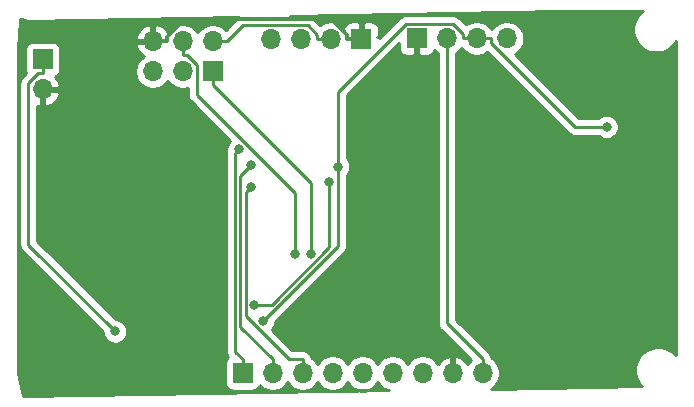
<source format=gbl>
G04 #@! TF.GenerationSoftware,KiCad,Pcbnew,(5.1.5)-3*
G04 #@! TF.CreationDate,2020-12-01T08:40:21+03:00*
G04 #@! TF.ProjectId,project3_2layer,70726f6a-6563-4743-935f-326c61796572,1*
G04 #@! TF.SameCoordinates,Original*
G04 #@! TF.FileFunction,Copper,L2,Bot*
G04 #@! TF.FilePolarity,Positive*
%FSLAX46Y46*%
G04 Gerber Fmt 4.6, Leading zero omitted, Abs format (unit mm)*
G04 Created by KiCad (PCBNEW (5.1.5)-3) date 2020-12-01 08:40:21*
%MOMM*%
%LPD*%
G04 APERTURE LIST*
%ADD10O,1.700000X1.700000*%
%ADD11R,1.700000X1.700000*%
%ADD12C,0.800000*%
%ADD13C,0.300000*%
%ADD14C,0.250000*%
%ADD15C,0.254000*%
G04 APERTURE END LIST*
D10*
X106299000Y-124206000D03*
X106299000Y-126746000D03*
X108839000Y-124206000D03*
X108839000Y-126746000D03*
X111379000Y-124206000D03*
D11*
X111379000Y-126746000D03*
D10*
X116332000Y-124002000D03*
X118872000Y-124002000D03*
X121412000Y-124002000D03*
D11*
X123952000Y-124002000D03*
D10*
X136271000Y-123952000D03*
X133731000Y-123952000D03*
X131191000Y-123952000D03*
D11*
X128651000Y-123952000D03*
D10*
X134230000Y-152284000D03*
X131690000Y-152284000D03*
X129150000Y-152284000D03*
X126610000Y-152284000D03*
X124070000Y-152284000D03*
X121530000Y-152284000D03*
X118990000Y-152284000D03*
X116450000Y-152284000D03*
D11*
X113910000Y-152284000D03*
D10*
X96990000Y-128270000D03*
D11*
X96990000Y-125730000D03*
D12*
X103119000Y-148758100D03*
X114584000Y-136528300D03*
X114653000Y-134701600D03*
X113567400Y-133358400D03*
X144720300Y-131450700D03*
X115632300Y-147891300D03*
X121992800Y-134807200D03*
X118352800Y-142167300D03*
X119661500Y-142167400D03*
X114898100Y-146482500D03*
X121250800Y-136146400D03*
D13*
X131690000Y-152284000D02*
X131690000Y-151083700D01*
X128651000Y-123952000D02*
X128651000Y-148044700D01*
X128651000Y-148044700D02*
X131690000Y-151083700D01*
X106299000Y-124206000D02*
X105098700Y-124206000D01*
X96990000Y-128270000D02*
X101034700Y-128270000D01*
X101034700Y-128270000D02*
X105098700Y-124206000D01*
X106299000Y-124206000D02*
X107499300Y-124206000D01*
X123952000Y-124002000D02*
X122751700Y-124002000D01*
X122751700Y-124002000D02*
X122751700Y-123626900D01*
X122751700Y-123626900D02*
X121437400Y-122312600D01*
X121437400Y-122312600D02*
X109019600Y-122312600D01*
X109019600Y-122312600D02*
X107499300Y-123832900D01*
X107499300Y-123832900D02*
X107499300Y-124206000D01*
D14*
X121412000Y-124002000D02*
X120236700Y-124002000D01*
X111379000Y-124206000D02*
X112554300Y-124206000D01*
X112554300Y-124206000D02*
X113933600Y-122826700D01*
X113933600Y-122826700D02*
X119428800Y-122826700D01*
X119428800Y-122826700D02*
X120236700Y-123634600D01*
X120236700Y-123634600D02*
X120236700Y-124002000D01*
X96990000Y-126905300D02*
X96622700Y-126905300D01*
X96622700Y-126905300D02*
X95768300Y-127759700D01*
X95768300Y-127759700D02*
X95768300Y-141407400D01*
X95768300Y-141407400D02*
X103119000Y-148758100D01*
X131191000Y-125127300D02*
X131191000Y-148069700D01*
X131191000Y-148069700D02*
X134230000Y-151108700D01*
X131191000Y-123952000D02*
X131191000Y-125127300D01*
X134230000Y-152284000D02*
X134230000Y-151108700D01*
X96990000Y-125730000D02*
X96990000Y-126905300D01*
X118990000Y-152284000D02*
X118990000Y-151108700D01*
X118990000Y-151108700D02*
X117814700Y-151108700D01*
X117814700Y-151108700D02*
X114172600Y-147466600D01*
X114172600Y-147466600D02*
X114172600Y-136939700D01*
X114172600Y-136939700D02*
X114584000Y-136528300D01*
X116450000Y-152284000D02*
X116450000Y-151108700D01*
X116450000Y-151108700D02*
X113714400Y-148373100D01*
X113714400Y-148373100D02*
X113714400Y-135640200D01*
X113714400Y-135640200D02*
X114653000Y-134701600D01*
X113567400Y-133358400D02*
X113264100Y-133661700D01*
X113264100Y-133661700D02*
X113264100Y-150462800D01*
X113264100Y-150462800D02*
X113910000Y-151108700D01*
X113910000Y-152284000D02*
X113910000Y-151108700D01*
X121992800Y-134807200D02*
X121992800Y-141530800D01*
X121992800Y-141530800D02*
X115632300Y-147891300D01*
X133731000Y-123952000D02*
X132555700Y-123952000D01*
X133731000Y-123952000D02*
X134906300Y-123952000D01*
X134906300Y-123952000D02*
X134906300Y-124319300D01*
X134906300Y-124319300D02*
X142037700Y-131450700D01*
X142037700Y-131450700D02*
X144720300Y-131450700D01*
X132555700Y-123952000D02*
X132555700Y-123584700D01*
X132555700Y-123584700D02*
X131707100Y-122736100D01*
X131707100Y-122736100D02*
X127706200Y-122736100D01*
X127706200Y-122736100D02*
X121992800Y-128449500D01*
X121992800Y-128449500D02*
X121992800Y-134807200D01*
X108839000Y-124206000D02*
X108839000Y-125381300D01*
X108839000Y-125381300D02*
X109206400Y-125381300D01*
X109206400Y-125381300D02*
X110014300Y-126189200D01*
X110014300Y-126189200D02*
X110014300Y-128730000D01*
X110014300Y-128730000D02*
X118352800Y-137068500D01*
X118352800Y-137068500D02*
X118352800Y-142167300D01*
X111379000Y-127921300D02*
X119661500Y-136203800D01*
X119661500Y-136203800D02*
X119661500Y-142167400D01*
X111379000Y-126746000D02*
X111379000Y-127921300D01*
X114898100Y-146482500D02*
X116379700Y-146482500D01*
X116379700Y-146482500D02*
X121250800Y-141611400D01*
X121250800Y-141611400D02*
X121250800Y-136146400D01*
D15*
G36*
X113509324Y-122191726D02*
G01*
X113393599Y-122286699D01*
X113369801Y-122315697D01*
X112479303Y-123206196D01*
X112325632Y-123052525D01*
X112082411Y-122890010D01*
X111812158Y-122778068D01*
X111525260Y-122721000D01*
X111232740Y-122721000D01*
X110945842Y-122778068D01*
X110675589Y-122890010D01*
X110432368Y-123052525D01*
X110225525Y-123259368D01*
X110109000Y-123433760D01*
X109992475Y-123259368D01*
X109785632Y-123052525D01*
X109542411Y-122890010D01*
X109272158Y-122778068D01*
X108985260Y-122721000D01*
X108692740Y-122721000D01*
X108405842Y-122778068D01*
X108135589Y-122890010D01*
X107892368Y-123052525D01*
X107685525Y-123259368D01*
X107563805Y-123441534D01*
X107494178Y-123324645D01*
X107299269Y-123108412D01*
X107065920Y-122934359D01*
X106803099Y-122809175D01*
X106655890Y-122764524D01*
X106426000Y-122885845D01*
X106426000Y-124079000D01*
X106446000Y-124079000D01*
X106446000Y-124333000D01*
X106426000Y-124333000D01*
X106426000Y-124353000D01*
X106172000Y-124353000D01*
X106172000Y-124333000D01*
X104978186Y-124333000D01*
X104857519Y-124562891D01*
X104954843Y-124837252D01*
X105103822Y-125087355D01*
X105298731Y-125303588D01*
X105528406Y-125474900D01*
X105352368Y-125592525D01*
X105145525Y-125799368D01*
X104983010Y-126042589D01*
X104871068Y-126312842D01*
X104814000Y-126599740D01*
X104814000Y-126892260D01*
X104871068Y-127179158D01*
X104983010Y-127449411D01*
X105145525Y-127692632D01*
X105352368Y-127899475D01*
X105595589Y-128061990D01*
X105865842Y-128173932D01*
X106152740Y-128231000D01*
X106445260Y-128231000D01*
X106732158Y-128173932D01*
X107002411Y-128061990D01*
X107245632Y-127899475D01*
X107452475Y-127692632D01*
X107569000Y-127518240D01*
X107685525Y-127692632D01*
X107892368Y-127899475D01*
X108135589Y-128061990D01*
X108405842Y-128173932D01*
X108692740Y-128231000D01*
X108985260Y-128231000D01*
X109254301Y-128177484D01*
X109254301Y-128692668D01*
X109250624Y-128730000D01*
X109265298Y-128878985D01*
X109308754Y-129022246D01*
X109379326Y-129154276D01*
X109415622Y-129198502D01*
X109474300Y-129270001D01*
X109503298Y-129293799D01*
X112835794Y-132626295D01*
X112763463Y-132698626D01*
X112650195Y-132868144D01*
X112572174Y-133056502D01*
X112532400Y-133256461D01*
X112532400Y-133455674D01*
X112515097Y-133512715D01*
X112504100Y-133624368D01*
X112504100Y-133624378D01*
X112500424Y-133661700D01*
X112504100Y-133699022D01*
X112504101Y-150425467D01*
X112500424Y-150462800D01*
X112515098Y-150611785D01*
X112558554Y-150755046D01*
X112629126Y-150887076D01*
X112667902Y-150934324D01*
X112608815Y-150982815D01*
X112529463Y-151079506D01*
X112470498Y-151189820D01*
X112434188Y-151309518D01*
X112421928Y-151434000D01*
X112421928Y-153134000D01*
X112434188Y-153258482D01*
X112470498Y-153378180D01*
X112529463Y-153488494D01*
X112608815Y-153585185D01*
X112705506Y-153664537D01*
X112815820Y-153723502D01*
X112935518Y-153759812D01*
X113060000Y-153772072D01*
X114760000Y-153772072D01*
X114884482Y-153759812D01*
X115004180Y-153723502D01*
X115114494Y-153664537D01*
X115211185Y-153585185D01*
X115290537Y-153488494D01*
X115349502Y-153378180D01*
X115371513Y-153305620D01*
X115503368Y-153437475D01*
X115746589Y-153599990D01*
X116016842Y-153711932D01*
X116303740Y-153769000D01*
X116596260Y-153769000D01*
X116883158Y-153711932D01*
X117153411Y-153599990D01*
X117396632Y-153437475D01*
X117603475Y-153230632D01*
X117720000Y-153056240D01*
X117836525Y-153230632D01*
X118043368Y-153437475D01*
X118286589Y-153599990D01*
X118556842Y-153711932D01*
X118843740Y-153769000D01*
X119136260Y-153769000D01*
X119423158Y-153711932D01*
X119693411Y-153599990D01*
X119936632Y-153437475D01*
X120143475Y-153230632D01*
X120260000Y-153056240D01*
X120376525Y-153230632D01*
X120583368Y-153437475D01*
X120826589Y-153599990D01*
X121096842Y-153711932D01*
X121383740Y-153769000D01*
X121676260Y-153769000D01*
X121963158Y-153711932D01*
X122233411Y-153599990D01*
X122476632Y-153437475D01*
X122683475Y-153230632D01*
X122800000Y-153056240D01*
X122916525Y-153230632D01*
X123123368Y-153437475D01*
X123366589Y-153599990D01*
X123636842Y-153711932D01*
X123923740Y-153769000D01*
X124216260Y-153769000D01*
X124503158Y-153711932D01*
X124773411Y-153599990D01*
X125016632Y-153437475D01*
X125223475Y-153230632D01*
X125340000Y-153056240D01*
X125456525Y-153230632D01*
X125663368Y-153437475D01*
X125906589Y-153599990D01*
X126176842Y-153711932D01*
X126334903Y-153743373D01*
X95276499Y-154211208D01*
X94932323Y-152260874D01*
X94894598Y-149893641D01*
X94898360Y-127759700D01*
X95004624Y-127759700D01*
X95008300Y-127797022D01*
X95008301Y-141370068D01*
X95004624Y-141407400D01*
X95008301Y-141444733D01*
X95019298Y-141556386D01*
X95032480Y-141599842D01*
X95062754Y-141699646D01*
X95133326Y-141831676D01*
X95161005Y-141865402D01*
X95228300Y-141947401D01*
X95257298Y-141971199D01*
X102084000Y-148797902D01*
X102084000Y-148860039D01*
X102123774Y-149059998D01*
X102201795Y-149248356D01*
X102315063Y-149417874D01*
X102459226Y-149562037D01*
X102628744Y-149675305D01*
X102817102Y-149753326D01*
X103017061Y-149793100D01*
X103220939Y-149793100D01*
X103420898Y-149753326D01*
X103609256Y-149675305D01*
X103778774Y-149562037D01*
X103922937Y-149417874D01*
X104036205Y-149248356D01*
X104114226Y-149059998D01*
X104154000Y-148860039D01*
X104154000Y-148656161D01*
X104114226Y-148456202D01*
X104036205Y-148267844D01*
X103922937Y-148098326D01*
X103778774Y-147954163D01*
X103609256Y-147840895D01*
X103420898Y-147762874D01*
X103220939Y-147723100D01*
X103158802Y-147723100D01*
X96528300Y-141092599D01*
X96528300Y-129674302D01*
X96633109Y-129711481D01*
X96863000Y-129590814D01*
X96863000Y-128397000D01*
X97117000Y-128397000D01*
X97117000Y-129590814D01*
X97346891Y-129711481D01*
X97621252Y-129614157D01*
X97871355Y-129465178D01*
X98087588Y-129270269D01*
X98261641Y-129036920D01*
X98386825Y-128774099D01*
X98431476Y-128626890D01*
X98310155Y-128397000D01*
X97117000Y-128397000D01*
X96863000Y-128397000D01*
X96843000Y-128397000D01*
X96843000Y-128143000D01*
X96863000Y-128143000D01*
X96863000Y-128123000D01*
X97117000Y-128123000D01*
X97117000Y-128143000D01*
X98310155Y-128143000D01*
X98431476Y-127913110D01*
X98386825Y-127765901D01*
X98261641Y-127503080D01*
X98087588Y-127269731D01*
X98003534Y-127193966D01*
X98084180Y-127169502D01*
X98194494Y-127110537D01*
X98291185Y-127031185D01*
X98370537Y-126934494D01*
X98429502Y-126824180D01*
X98465812Y-126704482D01*
X98478072Y-126580000D01*
X98478072Y-124880000D01*
X98465812Y-124755518D01*
X98429502Y-124635820D01*
X98370537Y-124525506D01*
X98291185Y-124428815D01*
X98194494Y-124349463D01*
X98084180Y-124290498D01*
X97964482Y-124254188D01*
X97840000Y-124241928D01*
X96140000Y-124241928D01*
X96015518Y-124254188D01*
X95895820Y-124290498D01*
X95785506Y-124349463D01*
X95688815Y-124428815D01*
X95609463Y-124525506D01*
X95550498Y-124635820D01*
X95514188Y-124755518D01*
X95501928Y-124880000D01*
X95501928Y-126580000D01*
X95514188Y-126704482D01*
X95550498Y-126824180D01*
X95577849Y-126875349D01*
X95257302Y-127195897D01*
X95228299Y-127219699D01*
X95187239Y-127269731D01*
X95133326Y-127335424D01*
X95121526Y-127357501D01*
X95062754Y-127467454D01*
X95019297Y-127610715D01*
X95008300Y-127722368D01*
X95008300Y-127722378D01*
X95004624Y-127759700D01*
X94898360Y-127759700D01*
X94898901Y-124577164D01*
X94946382Y-123849109D01*
X104857519Y-123849109D01*
X104978186Y-124079000D01*
X106172000Y-124079000D01*
X106172000Y-122885845D01*
X105942110Y-122764524D01*
X105794901Y-122809175D01*
X105532080Y-122934359D01*
X105298731Y-123108412D01*
X105103822Y-123324645D01*
X104954843Y-123574748D01*
X104857519Y-123849109D01*
X94946382Y-123849109D01*
X95049509Y-122267840D01*
X95571231Y-122388237D01*
X95578399Y-122411869D01*
X95590135Y-122433825D01*
X95605929Y-122453071D01*
X95625175Y-122468865D01*
X95647131Y-122480601D01*
X95670956Y-122487828D01*
X95698148Y-122490245D01*
X113587575Y-122149899D01*
X113509324Y-122191726D01*
G37*
X113509324Y-122191726D02*
X113393599Y-122286699D01*
X113369801Y-122315697D01*
X112479303Y-123206196D01*
X112325632Y-123052525D01*
X112082411Y-122890010D01*
X111812158Y-122778068D01*
X111525260Y-122721000D01*
X111232740Y-122721000D01*
X110945842Y-122778068D01*
X110675589Y-122890010D01*
X110432368Y-123052525D01*
X110225525Y-123259368D01*
X110109000Y-123433760D01*
X109992475Y-123259368D01*
X109785632Y-123052525D01*
X109542411Y-122890010D01*
X109272158Y-122778068D01*
X108985260Y-122721000D01*
X108692740Y-122721000D01*
X108405842Y-122778068D01*
X108135589Y-122890010D01*
X107892368Y-123052525D01*
X107685525Y-123259368D01*
X107563805Y-123441534D01*
X107494178Y-123324645D01*
X107299269Y-123108412D01*
X107065920Y-122934359D01*
X106803099Y-122809175D01*
X106655890Y-122764524D01*
X106426000Y-122885845D01*
X106426000Y-124079000D01*
X106446000Y-124079000D01*
X106446000Y-124333000D01*
X106426000Y-124333000D01*
X106426000Y-124353000D01*
X106172000Y-124353000D01*
X106172000Y-124333000D01*
X104978186Y-124333000D01*
X104857519Y-124562891D01*
X104954843Y-124837252D01*
X105103822Y-125087355D01*
X105298731Y-125303588D01*
X105528406Y-125474900D01*
X105352368Y-125592525D01*
X105145525Y-125799368D01*
X104983010Y-126042589D01*
X104871068Y-126312842D01*
X104814000Y-126599740D01*
X104814000Y-126892260D01*
X104871068Y-127179158D01*
X104983010Y-127449411D01*
X105145525Y-127692632D01*
X105352368Y-127899475D01*
X105595589Y-128061990D01*
X105865842Y-128173932D01*
X106152740Y-128231000D01*
X106445260Y-128231000D01*
X106732158Y-128173932D01*
X107002411Y-128061990D01*
X107245632Y-127899475D01*
X107452475Y-127692632D01*
X107569000Y-127518240D01*
X107685525Y-127692632D01*
X107892368Y-127899475D01*
X108135589Y-128061990D01*
X108405842Y-128173932D01*
X108692740Y-128231000D01*
X108985260Y-128231000D01*
X109254301Y-128177484D01*
X109254301Y-128692668D01*
X109250624Y-128730000D01*
X109265298Y-128878985D01*
X109308754Y-129022246D01*
X109379326Y-129154276D01*
X109415622Y-129198502D01*
X109474300Y-129270001D01*
X109503298Y-129293799D01*
X112835794Y-132626295D01*
X112763463Y-132698626D01*
X112650195Y-132868144D01*
X112572174Y-133056502D01*
X112532400Y-133256461D01*
X112532400Y-133455674D01*
X112515097Y-133512715D01*
X112504100Y-133624368D01*
X112504100Y-133624378D01*
X112500424Y-133661700D01*
X112504100Y-133699022D01*
X112504101Y-150425467D01*
X112500424Y-150462800D01*
X112515098Y-150611785D01*
X112558554Y-150755046D01*
X112629126Y-150887076D01*
X112667902Y-150934324D01*
X112608815Y-150982815D01*
X112529463Y-151079506D01*
X112470498Y-151189820D01*
X112434188Y-151309518D01*
X112421928Y-151434000D01*
X112421928Y-153134000D01*
X112434188Y-153258482D01*
X112470498Y-153378180D01*
X112529463Y-153488494D01*
X112608815Y-153585185D01*
X112705506Y-153664537D01*
X112815820Y-153723502D01*
X112935518Y-153759812D01*
X113060000Y-153772072D01*
X114760000Y-153772072D01*
X114884482Y-153759812D01*
X115004180Y-153723502D01*
X115114494Y-153664537D01*
X115211185Y-153585185D01*
X115290537Y-153488494D01*
X115349502Y-153378180D01*
X115371513Y-153305620D01*
X115503368Y-153437475D01*
X115746589Y-153599990D01*
X116016842Y-153711932D01*
X116303740Y-153769000D01*
X116596260Y-153769000D01*
X116883158Y-153711932D01*
X117153411Y-153599990D01*
X117396632Y-153437475D01*
X117603475Y-153230632D01*
X117720000Y-153056240D01*
X117836525Y-153230632D01*
X118043368Y-153437475D01*
X118286589Y-153599990D01*
X118556842Y-153711932D01*
X118843740Y-153769000D01*
X119136260Y-153769000D01*
X119423158Y-153711932D01*
X119693411Y-153599990D01*
X119936632Y-153437475D01*
X120143475Y-153230632D01*
X120260000Y-153056240D01*
X120376525Y-153230632D01*
X120583368Y-153437475D01*
X120826589Y-153599990D01*
X121096842Y-153711932D01*
X121383740Y-153769000D01*
X121676260Y-153769000D01*
X121963158Y-153711932D01*
X122233411Y-153599990D01*
X122476632Y-153437475D01*
X122683475Y-153230632D01*
X122800000Y-153056240D01*
X122916525Y-153230632D01*
X123123368Y-153437475D01*
X123366589Y-153599990D01*
X123636842Y-153711932D01*
X123923740Y-153769000D01*
X124216260Y-153769000D01*
X124503158Y-153711932D01*
X124773411Y-153599990D01*
X125016632Y-153437475D01*
X125223475Y-153230632D01*
X125340000Y-153056240D01*
X125456525Y-153230632D01*
X125663368Y-153437475D01*
X125906589Y-153599990D01*
X126176842Y-153711932D01*
X126334903Y-153743373D01*
X95276499Y-154211208D01*
X94932323Y-152260874D01*
X94894598Y-149893641D01*
X94898360Y-127759700D01*
X95004624Y-127759700D01*
X95008300Y-127797022D01*
X95008301Y-141370068D01*
X95004624Y-141407400D01*
X95008301Y-141444733D01*
X95019298Y-141556386D01*
X95032480Y-141599842D01*
X95062754Y-141699646D01*
X95133326Y-141831676D01*
X95161005Y-141865402D01*
X95228300Y-141947401D01*
X95257298Y-141971199D01*
X102084000Y-148797902D01*
X102084000Y-148860039D01*
X102123774Y-149059998D01*
X102201795Y-149248356D01*
X102315063Y-149417874D01*
X102459226Y-149562037D01*
X102628744Y-149675305D01*
X102817102Y-149753326D01*
X103017061Y-149793100D01*
X103220939Y-149793100D01*
X103420898Y-149753326D01*
X103609256Y-149675305D01*
X103778774Y-149562037D01*
X103922937Y-149417874D01*
X104036205Y-149248356D01*
X104114226Y-149059998D01*
X104154000Y-148860039D01*
X104154000Y-148656161D01*
X104114226Y-148456202D01*
X104036205Y-148267844D01*
X103922937Y-148098326D01*
X103778774Y-147954163D01*
X103609256Y-147840895D01*
X103420898Y-147762874D01*
X103220939Y-147723100D01*
X103158802Y-147723100D01*
X96528300Y-141092599D01*
X96528300Y-129674302D01*
X96633109Y-129711481D01*
X96863000Y-129590814D01*
X96863000Y-128397000D01*
X97117000Y-128397000D01*
X97117000Y-129590814D01*
X97346891Y-129711481D01*
X97621252Y-129614157D01*
X97871355Y-129465178D01*
X98087588Y-129270269D01*
X98261641Y-129036920D01*
X98386825Y-128774099D01*
X98431476Y-128626890D01*
X98310155Y-128397000D01*
X97117000Y-128397000D01*
X96863000Y-128397000D01*
X96843000Y-128397000D01*
X96843000Y-128143000D01*
X96863000Y-128143000D01*
X96863000Y-128123000D01*
X97117000Y-128123000D01*
X97117000Y-128143000D01*
X98310155Y-128143000D01*
X98431476Y-127913110D01*
X98386825Y-127765901D01*
X98261641Y-127503080D01*
X98087588Y-127269731D01*
X98003534Y-127193966D01*
X98084180Y-127169502D01*
X98194494Y-127110537D01*
X98291185Y-127031185D01*
X98370537Y-126934494D01*
X98429502Y-126824180D01*
X98465812Y-126704482D01*
X98478072Y-126580000D01*
X98478072Y-124880000D01*
X98465812Y-124755518D01*
X98429502Y-124635820D01*
X98370537Y-124525506D01*
X98291185Y-124428815D01*
X98194494Y-124349463D01*
X98084180Y-124290498D01*
X97964482Y-124254188D01*
X97840000Y-124241928D01*
X96140000Y-124241928D01*
X96015518Y-124254188D01*
X95895820Y-124290498D01*
X95785506Y-124349463D01*
X95688815Y-124428815D01*
X95609463Y-124525506D01*
X95550498Y-124635820D01*
X95514188Y-124755518D01*
X95501928Y-124880000D01*
X95501928Y-126580000D01*
X95514188Y-126704482D01*
X95550498Y-126824180D01*
X95577849Y-126875349D01*
X95257302Y-127195897D01*
X95228299Y-127219699D01*
X95187239Y-127269731D01*
X95133326Y-127335424D01*
X95121526Y-127357501D01*
X95062754Y-127467454D01*
X95019297Y-127610715D01*
X95008300Y-127722368D01*
X95008300Y-127722378D01*
X95004624Y-127759700D01*
X94898360Y-127759700D01*
X94898901Y-124577164D01*
X94946382Y-123849109D01*
X104857519Y-123849109D01*
X104978186Y-124079000D01*
X106172000Y-124079000D01*
X106172000Y-122885845D01*
X105942110Y-122764524D01*
X105794901Y-122809175D01*
X105532080Y-122934359D01*
X105298731Y-123108412D01*
X105103822Y-123324645D01*
X104954843Y-123574748D01*
X104857519Y-123849109D01*
X94946382Y-123849109D01*
X95049509Y-122267840D01*
X95571231Y-122388237D01*
X95578399Y-122411869D01*
X95590135Y-122433825D01*
X95605929Y-122453071D01*
X95625175Y-122468865D01*
X95647131Y-122480601D01*
X95670956Y-122487828D01*
X95698148Y-122490245D01*
X113587575Y-122149899D01*
X113509324Y-122191726D01*
G36*
X147666415Y-121677733D02*
G01*
X147395233Y-121948915D01*
X147182167Y-122267791D01*
X147035405Y-122622106D01*
X146960586Y-122998246D01*
X146960586Y-123381754D01*
X147035405Y-123757894D01*
X147182167Y-124112209D01*
X147395233Y-124431085D01*
X147666415Y-124702267D01*
X147985291Y-124915333D01*
X148339606Y-125062095D01*
X148715746Y-125136914D01*
X149099254Y-125136914D01*
X149475394Y-125062095D01*
X149829709Y-124915333D01*
X150148585Y-124702267D01*
X150419767Y-124431085D01*
X150597068Y-124165735D01*
X150599190Y-150766838D01*
X150339085Y-150506733D01*
X150020209Y-150293667D01*
X149665894Y-150146905D01*
X149289754Y-150072086D01*
X148906246Y-150072086D01*
X148530106Y-150146905D01*
X148175791Y-150293667D01*
X147856915Y-150506733D01*
X147585733Y-150777915D01*
X147372667Y-151096791D01*
X147225905Y-151451106D01*
X147151086Y-151827246D01*
X147151086Y-152210754D01*
X147225905Y-152586894D01*
X147372667Y-152941209D01*
X147585733Y-153260085D01*
X147746495Y-153420847D01*
X134898681Y-153614375D01*
X134933411Y-153599990D01*
X135176632Y-153437475D01*
X135383475Y-153230632D01*
X135545990Y-152987411D01*
X135657932Y-152717158D01*
X135715000Y-152430260D01*
X135715000Y-152137740D01*
X135657932Y-151850842D01*
X135545990Y-151580589D01*
X135383475Y-151337368D01*
X135176632Y-151130525D01*
X134983089Y-151001204D01*
X134979003Y-150959714D01*
X134935546Y-150816453D01*
X134914947Y-150777915D01*
X134864974Y-150684423D01*
X134793799Y-150597697D01*
X134770001Y-150568699D01*
X134741003Y-150544901D01*
X131951000Y-147754899D01*
X131951000Y-125230178D01*
X132137632Y-125105475D01*
X132344475Y-124898632D01*
X132461000Y-124724240D01*
X132577525Y-124898632D01*
X132784368Y-125105475D01*
X133027589Y-125267990D01*
X133297842Y-125379932D01*
X133584740Y-125437000D01*
X133877260Y-125437000D01*
X134164158Y-125379932D01*
X134434411Y-125267990D01*
X134641690Y-125129491D01*
X141473901Y-131961703D01*
X141497699Y-131990701D01*
X141526697Y-132014499D01*
X141613424Y-132085674D01*
X141745453Y-132156246D01*
X141888714Y-132199703D01*
X142037700Y-132214377D01*
X142075033Y-132210700D01*
X144016589Y-132210700D01*
X144060526Y-132254637D01*
X144230044Y-132367905D01*
X144418402Y-132445926D01*
X144618361Y-132485700D01*
X144822239Y-132485700D01*
X145022198Y-132445926D01*
X145210556Y-132367905D01*
X145380074Y-132254637D01*
X145524237Y-132110474D01*
X145637505Y-131940956D01*
X145715526Y-131752598D01*
X145755300Y-131552639D01*
X145755300Y-131348761D01*
X145715526Y-131148802D01*
X145637505Y-130960444D01*
X145524237Y-130790926D01*
X145380074Y-130646763D01*
X145210556Y-130533495D01*
X145022198Y-130455474D01*
X144822239Y-130415700D01*
X144618361Y-130415700D01*
X144418402Y-130455474D01*
X144230044Y-130533495D01*
X144060526Y-130646763D01*
X144016589Y-130690700D01*
X142352502Y-130690700D01*
X136942860Y-125281059D01*
X136974411Y-125267990D01*
X137217632Y-125105475D01*
X137424475Y-124898632D01*
X137586990Y-124655411D01*
X137698932Y-124385158D01*
X137756000Y-124098260D01*
X137756000Y-123805740D01*
X137698932Y-123518842D01*
X137586990Y-123248589D01*
X137424475Y-123005368D01*
X137217632Y-122798525D01*
X136974411Y-122636010D01*
X136704158Y-122524068D01*
X136417260Y-122467000D01*
X136124740Y-122467000D01*
X135837842Y-122524068D01*
X135567589Y-122636010D01*
X135324368Y-122798525D01*
X135117525Y-123005368D01*
X135001000Y-123179760D01*
X134884475Y-123005368D01*
X134677632Y-122798525D01*
X134434411Y-122636010D01*
X134164158Y-122524068D01*
X133877260Y-122467000D01*
X133584740Y-122467000D01*
X133297842Y-122524068D01*
X133027589Y-122636010D01*
X132820311Y-122774509D01*
X132270903Y-122225102D01*
X132247101Y-122196099D01*
X132131376Y-122101126D01*
X131999347Y-122030554D01*
X131856086Y-121987097D01*
X131744433Y-121976100D01*
X131744422Y-121976100D01*
X131707100Y-121972424D01*
X131669778Y-121976100D01*
X127743525Y-121976100D01*
X127706200Y-121972424D01*
X127668875Y-121976100D01*
X127668867Y-121976100D01*
X127557214Y-121987097D01*
X127413953Y-122030554D01*
X127281924Y-122101126D01*
X127166199Y-122196099D01*
X127142401Y-122225097D01*
X125437000Y-123930498D01*
X125437000Y-123874998D01*
X125278252Y-123874998D01*
X125437000Y-123716250D01*
X125440072Y-123152000D01*
X125427812Y-123027518D01*
X125391502Y-122907820D01*
X125332537Y-122797506D01*
X125253185Y-122700815D01*
X125156494Y-122621463D01*
X125046180Y-122562498D01*
X124926482Y-122526188D01*
X124802000Y-122513928D01*
X124237750Y-122517000D01*
X124079000Y-122675750D01*
X124079000Y-123875000D01*
X124099000Y-123875000D01*
X124099000Y-124129000D01*
X124079000Y-124129000D01*
X124079000Y-124149000D01*
X123825000Y-124149000D01*
X123825000Y-124129000D01*
X123805000Y-124129000D01*
X123805000Y-123875000D01*
X123825000Y-123875000D01*
X123825000Y-122675750D01*
X123666250Y-122517000D01*
X123102000Y-122513928D01*
X122977518Y-122526188D01*
X122857820Y-122562498D01*
X122747506Y-122621463D01*
X122650815Y-122700815D01*
X122571463Y-122797506D01*
X122512498Y-122907820D01*
X122490487Y-122980380D01*
X122358632Y-122848525D01*
X122115411Y-122686010D01*
X121845158Y-122574068D01*
X121558260Y-122517000D01*
X121265740Y-122517000D01*
X120978842Y-122574068D01*
X120708589Y-122686010D01*
X120501371Y-122824469D01*
X119992603Y-122315702D01*
X119968801Y-122286699D01*
X119853076Y-122191726D01*
X119721047Y-122121154D01*
X119577786Y-122077697D01*
X119466133Y-122066700D01*
X119466122Y-122066700D01*
X119428800Y-122063024D01*
X119391478Y-122066700D01*
X117960751Y-122066700D01*
X140923042Y-121629843D01*
X147780967Y-121601192D01*
X147666415Y-121677733D01*
G37*
X147666415Y-121677733D02*
X147395233Y-121948915D01*
X147182167Y-122267791D01*
X147035405Y-122622106D01*
X146960586Y-122998246D01*
X146960586Y-123381754D01*
X147035405Y-123757894D01*
X147182167Y-124112209D01*
X147395233Y-124431085D01*
X147666415Y-124702267D01*
X147985291Y-124915333D01*
X148339606Y-125062095D01*
X148715746Y-125136914D01*
X149099254Y-125136914D01*
X149475394Y-125062095D01*
X149829709Y-124915333D01*
X150148585Y-124702267D01*
X150419767Y-124431085D01*
X150597068Y-124165735D01*
X150599190Y-150766838D01*
X150339085Y-150506733D01*
X150020209Y-150293667D01*
X149665894Y-150146905D01*
X149289754Y-150072086D01*
X148906246Y-150072086D01*
X148530106Y-150146905D01*
X148175791Y-150293667D01*
X147856915Y-150506733D01*
X147585733Y-150777915D01*
X147372667Y-151096791D01*
X147225905Y-151451106D01*
X147151086Y-151827246D01*
X147151086Y-152210754D01*
X147225905Y-152586894D01*
X147372667Y-152941209D01*
X147585733Y-153260085D01*
X147746495Y-153420847D01*
X134898681Y-153614375D01*
X134933411Y-153599990D01*
X135176632Y-153437475D01*
X135383475Y-153230632D01*
X135545990Y-152987411D01*
X135657932Y-152717158D01*
X135715000Y-152430260D01*
X135715000Y-152137740D01*
X135657932Y-151850842D01*
X135545990Y-151580589D01*
X135383475Y-151337368D01*
X135176632Y-151130525D01*
X134983089Y-151001204D01*
X134979003Y-150959714D01*
X134935546Y-150816453D01*
X134914947Y-150777915D01*
X134864974Y-150684423D01*
X134793799Y-150597697D01*
X134770001Y-150568699D01*
X134741003Y-150544901D01*
X131951000Y-147754899D01*
X131951000Y-125230178D01*
X132137632Y-125105475D01*
X132344475Y-124898632D01*
X132461000Y-124724240D01*
X132577525Y-124898632D01*
X132784368Y-125105475D01*
X133027589Y-125267990D01*
X133297842Y-125379932D01*
X133584740Y-125437000D01*
X133877260Y-125437000D01*
X134164158Y-125379932D01*
X134434411Y-125267990D01*
X134641690Y-125129491D01*
X141473901Y-131961703D01*
X141497699Y-131990701D01*
X141526697Y-132014499D01*
X141613424Y-132085674D01*
X141745453Y-132156246D01*
X141888714Y-132199703D01*
X142037700Y-132214377D01*
X142075033Y-132210700D01*
X144016589Y-132210700D01*
X144060526Y-132254637D01*
X144230044Y-132367905D01*
X144418402Y-132445926D01*
X144618361Y-132485700D01*
X144822239Y-132485700D01*
X145022198Y-132445926D01*
X145210556Y-132367905D01*
X145380074Y-132254637D01*
X145524237Y-132110474D01*
X145637505Y-131940956D01*
X145715526Y-131752598D01*
X145755300Y-131552639D01*
X145755300Y-131348761D01*
X145715526Y-131148802D01*
X145637505Y-130960444D01*
X145524237Y-130790926D01*
X145380074Y-130646763D01*
X145210556Y-130533495D01*
X145022198Y-130455474D01*
X144822239Y-130415700D01*
X144618361Y-130415700D01*
X144418402Y-130455474D01*
X144230044Y-130533495D01*
X144060526Y-130646763D01*
X144016589Y-130690700D01*
X142352502Y-130690700D01*
X136942860Y-125281059D01*
X136974411Y-125267990D01*
X137217632Y-125105475D01*
X137424475Y-124898632D01*
X137586990Y-124655411D01*
X137698932Y-124385158D01*
X137756000Y-124098260D01*
X137756000Y-123805740D01*
X137698932Y-123518842D01*
X137586990Y-123248589D01*
X137424475Y-123005368D01*
X137217632Y-122798525D01*
X136974411Y-122636010D01*
X136704158Y-122524068D01*
X136417260Y-122467000D01*
X136124740Y-122467000D01*
X135837842Y-122524068D01*
X135567589Y-122636010D01*
X135324368Y-122798525D01*
X135117525Y-123005368D01*
X135001000Y-123179760D01*
X134884475Y-123005368D01*
X134677632Y-122798525D01*
X134434411Y-122636010D01*
X134164158Y-122524068D01*
X133877260Y-122467000D01*
X133584740Y-122467000D01*
X133297842Y-122524068D01*
X133027589Y-122636010D01*
X132820311Y-122774509D01*
X132270903Y-122225102D01*
X132247101Y-122196099D01*
X132131376Y-122101126D01*
X131999347Y-122030554D01*
X131856086Y-121987097D01*
X131744433Y-121976100D01*
X131744422Y-121976100D01*
X131707100Y-121972424D01*
X131669778Y-121976100D01*
X127743525Y-121976100D01*
X127706200Y-121972424D01*
X127668875Y-121976100D01*
X127668867Y-121976100D01*
X127557214Y-121987097D01*
X127413953Y-122030554D01*
X127281924Y-122101126D01*
X127166199Y-122196099D01*
X127142401Y-122225097D01*
X125437000Y-123930498D01*
X125437000Y-123874998D01*
X125278252Y-123874998D01*
X125437000Y-123716250D01*
X125440072Y-123152000D01*
X125427812Y-123027518D01*
X125391502Y-122907820D01*
X125332537Y-122797506D01*
X125253185Y-122700815D01*
X125156494Y-122621463D01*
X125046180Y-122562498D01*
X124926482Y-122526188D01*
X124802000Y-122513928D01*
X124237750Y-122517000D01*
X124079000Y-122675750D01*
X124079000Y-123875000D01*
X124099000Y-123875000D01*
X124099000Y-124129000D01*
X124079000Y-124129000D01*
X124079000Y-124149000D01*
X123825000Y-124149000D01*
X123825000Y-124129000D01*
X123805000Y-124129000D01*
X123805000Y-123875000D01*
X123825000Y-123875000D01*
X123825000Y-122675750D01*
X123666250Y-122517000D01*
X123102000Y-122513928D01*
X122977518Y-122526188D01*
X122857820Y-122562498D01*
X122747506Y-122621463D01*
X122650815Y-122700815D01*
X122571463Y-122797506D01*
X122512498Y-122907820D01*
X122490487Y-122980380D01*
X122358632Y-122848525D01*
X122115411Y-122686010D01*
X121845158Y-122574068D01*
X121558260Y-122517000D01*
X121265740Y-122517000D01*
X120978842Y-122574068D01*
X120708589Y-122686010D01*
X120501371Y-122824469D01*
X119992603Y-122315702D01*
X119968801Y-122286699D01*
X119853076Y-122191726D01*
X119721047Y-122121154D01*
X119577786Y-122077697D01*
X119466133Y-122066700D01*
X119466122Y-122066700D01*
X119428800Y-122063024D01*
X119391478Y-122066700D01*
X117960751Y-122066700D01*
X140923042Y-121629843D01*
X147780967Y-121601192D01*
X147666415Y-121677733D01*
G36*
X128778000Y-123825000D02*
G01*
X128798000Y-123825000D01*
X128798000Y-124079000D01*
X128778000Y-124079000D01*
X128778000Y-125278250D01*
X128936750Y-125437000D01*
X129501000Y-125440072D01*
X129625482Y-125427812D01*
X129745180Y-125391502D01*
X129855494Y-125332537D01*
X129952185Y-125253185D01*
X130031537Y-125156494D01*
X130090502Y-125046180D01*
X130112513Y-124973620D01*
X130244368Y-125105475D01*
X130431000Y-125230178D01*
X130431001Y-148032367D01*
X130427324Y-148069700D01*
X130441998Y-148218685D01*
X130485454Y-148361946D01*
X130556026Y-148493976D01*
X130579095Y-148522085D01*
X130651000Y-148609701D01*
X130679998Y-148633499D01*
X133230196Y-151183697D01*
X133076525Y-151337368D01*
X132954805Y-151519534D01*
X132885178Y-151402645D01*
X132690269Y-151186412D01*
X132456920Y-151012359D01*
X132194099Y-150887175D01*
X132046890Y-150842524D01*
X131817000Y-150963845D01*
X131817000Y-152157000D01*
X131837000Y-152157000D01*
X131837000Y-152411000D01*
X131817000Y-152411000D01*
X131817000Y-152431000D01*
X131563000Y-152431000D01*
X131563000Y-152411000D01*
X131543000Y-152411000D01*
X131543000Y-152157000D01*
X131563000Y-152157000D01*
X131563000Y-150963845D01*
X131333110Y-150842524D01*
X131185901Y-150887175D01*
X130923080Y-151012359D01*
X130689731Y-151186412D01*
X130494822Y-151402645D01*
X130425195Y-151519534D01*
X130303475Y-151337368D01*
X130096632Y-151130525D01*
X129853411Y-150968010D01*
X129583158Y-150856068D01*
X129296260Y-150799000D01*
X129003740Y-150799000D01*
X128716842Y-150856068D01*
X128446589Y-150968010D01*
X128203368Y-151130525D01*
X127996525Y-151337368D01*
X127880000Y-151511760D01*
X127763475Y-151337368D01*
X127556632Y-151130525D01*
X127313411Y-150968010D01*
X127043158Y-150856068D01*
X126756260Y-150799000D01*
X126463740Y-150799000D01*
X126176842Y-150856068D01*
X125906589Y-150968010D01*
X125663368Y-151130525D01*
X125456525Y-151337368D01*
X125340000Y-151511760D01*
X125223475Y-151337368D01*
X125016632Y-151130525D01*
X124773411Y-150968010D01*
X124503158Y-150856068D01*
X124216260Y-150799000D01*
X123923740Y-150799000D01*
X123636842Y-150856068D01*
X123366589Y-150968010D01*
X123123368Y-151130525D01*
X122916525Y-151337368D01*
X122800000Y-151511760D01*
X122683475Y-151337368D01*
X122476632Y-151130525D01*
X122233411Y-150968010D01*
X121963158Y-150856068D01*
X121676260Y-150799000D01*
X121383740Y-150799000D01*
X121096842Y-150856068D01*
X120826589Y-150968010D01*
X120583368Y-151130525D01*
X120376525Y-151337368D01*
X120260000Y-151511760D01*
X120143475Y-151337368D01*
X119936632Y-151130525D01*
X119743089Y-151001204D01*
X119739003Y-150959714D01*
X119695546Y-150816453D01*
X119624974Y-150684424D01*
X119530001Y-150568699D01*
X119414276Y-150473726D01*
X119282247Y-150403154D01*
X119138986Y-150359697D01*
X119027333Y-150348700D01*
X118990000Y-150345023D01*
X118952667Y-150348700D01*
X118129502Y-150348700D01*
X116384056Y-148603255D01*
X116436237Y-148551074D01*
X116549505Y-148381556D01*
X116627526Y-148193198D01*
X116667300Y-147993239D01*
X116667300Y-147931101D01*
X122503803Y-142094599D01*
X122532801Y-142070801D01*
X122627774Y-141955076D01*
X122698346Y-141823047D01*
X122741803Y-141679786D01*
X122752800Y-141568133D01*
X122752800Y-141568124D01*
X122756476Y-141530801D01*
X122752800Y-141493478D01*
X122752800Y-135510911D01*
X122796737Y-135466974D01*
X122910005Y-135297456D01*
X122988026Y-135109098D01*
X123027800Y-134909139D01*
X123027800Y-134705261D01*
X122988026Y-134505302D01*
X122910005Y-134316944D01*
X122796737Y-134147426D01*
X122752800Y-134103489D01*
X122752800Y-128764301D01*
X127165379Y-124351722D01*
X127162928Y-124802000D01*
X127175188Y-124926482D01*
X127211498Y-125046180D01*
X127270463Y-125156494D01*
X127349815Y-125253185D01*
X127446506Y-125332537D01*
X127556820Y-125391502D01*
X127676518Y-125427812D01*
X127801000Y-125440072D01*
X128365250Y-125437000D01*
X128524000Y-125278250D01*
X128524000Y-124079000D01*
X128504000Y-124079000D01*
X128504000Y-123825000D01*
X128524000Y-123825000D01*
X128524000Y-123805000D01*
X128778000Y-123805000D01*
X128778000Y-123825000D01*
G37*
X128778000Y-123825000D02*
X128798000Y-123825000D01*
X128798000Y-124079000D01*
X128778000Y-124079000D01*
X128778000Y-125278250D01*
X128936750Y-125437000D01*
X129501000Y-125440072D01*
X129625482Y-125427812D01*
X129745180Y-125391502D01*
X129855494Y-125332537D01*
X129952185Y-125253185D01*
X130031537Y-125156494D01*
X130090502Y-125046180D01*
X130112513Y-124973620D01*
X130244368Y-125105475D01*
X130431000Y-125230178D01*
X130431001Y-148032367D01*
X130427324Y-148069700D01*
X130441998Y-148218685D01*
X130485454Y-148361946D01*
X130556026Y-148493976D01*
X130579095Y-148522085D01*
X130651000Y-148609701D01*
X130679998Y-148633499D01*
X133230196Y-151183697D01*
X133076525Y-151337368D01*
X132954805Y-151519534D01*
X132885178Y-151402645D01*
X132690269Y-151186412D01*
X132456920Y-151012359D01*
X132194099Y-150887175D01*
X132046890Y-150842524D01*
X131817000Y-150963845D01*
X131817000Y-152157000D01*
X131837000Y-152157000D01*
X131837000Y-152411000D01*
X131817000Y-152411000D01*
X131817000Y-152431000D01*
X131563000Y-152431000D01*
X131563000Y-152411000D01*
X131543000Y-152411000D01*
X131543000Y-152157000D01*
X131563000Y-152157000D01*
X131563000Y-150963845D01*
X131333110Y-150842524D01*
X131185901Y-150887175D01*
X130923080Y-151012359D01*
X130689731Y-151186412D01*
X130494822Y-151402645D01*
X130425195Y-151519534D01*
X130303475Y-151337368D01*
X130096632Y-151130525D01*
X129853411Y-150968010D01*
X129583158Y-150856068D01*
X129296260Y-150799000D01*
X129003740Y-150799000D01*
X128716842Y-150856068D01*
X128446589Y-150968010D01*
X128203368Y-151130525D01*
X127996525Y-151337368D01*
X127880000Y-151511760D01*
X127763475Y-151337368D01*
X127556632Y-151130525D01*
X127313411Y-150968010D01*
X127043158Y-150856068D01*
X126756260Y-150799000D01*
X126463740Y-150799000D01*
X126176842Y-150856068D01*
X125906589Y-150968010D01*
X125663368Y-151130525D01*
X125456525Y-151337368D01*
X125340000Y-151511760D01*
X125223475Y-151337368D01*
X125016632Y-151130525D01*
X124773411Y-150968010D01*
X124503158Y-150856068D01*
X124216260Y-150799000D01*
X123923740Y-150799000D01*
X123636842Y-150856068D01*
X123366589Y-150968010D01*
X123123368Y-151130525D01*
X122916525Y-151337368D01*
X122800000Y-151511760D01*
X122683475Y-151337368D01*
X122476632Y-151130525D01*
X122233411Y-150968010D01*
X121963158Y-150856068D01*
X121676260Y-150799000D01*
X121383740Y-150799000D01*
X121096842Y-150856068D01*
X120826589Y-150968010D01*
X120583368Y-151130525D01*
X120376525Y-151337368D01*
X120260000Y-151511760D01*
X120143475Y-151337368D01*
X119936632Y-151130525D01*
X119743089Y-151001204D01*
X119739003Y-150959714D01*
X119695546Y-150816453D01*
X119624974Y-150684424D01*
X119530001Y-150568699D01*
X119414276Y-150473726D01*
X119282247Y-150403154D01*
X119138986Y-150359697D01*
X119027333Y-150348700D01*
X118990000Y-150345023D01*
X118952667Y-150348700D01*
X118129502Y-150348700D01*
X116384056Y-148603255D01*
X116436237Y-148551074D01*
X116549505Y-148381556D01*
X116627526Y-148193198D01*
X116667300Y-147993239D01*
X116667300Y-147931101D01*
X122503803Y-142094599D01*
X122532801Y-142070801D01*
X122627774Y-141955076D01*
X122698346Y-141823047D01*
X122741803Y-141679786D01*
X122752800Y-141568133D01*
X122752800Y-141568124D01*
X122756476Y-141530801D01*
X122752800Y-141493478D01*
X122752800Y-135510911D01*
X122796737Y-135466974D01*
X122910005Y-135297456D01*
X122988026Y-135109098D01*
X123027800Y-134909139D01*
X123027800Y-134705261D01*
X122988026Y-134505302D01*
X122910005Y-134316944D01*
X122796737Y-134147426D01*
X122752800Y-134103489D01*
X122752800Y-128764301D01*
X127165379Y-124351722D01*
X127162928Y-124802000D01*
X127175188Y-124926482D01*
X127211498Y-125046180D01*
X127270463Y-125156494D01*
X127349815Y-125253185D01*
X127446506Y-125332537D01*
X127556820Y-125391502D01*
X127676518Y-125427812D01*
X127801000Y-125440072D01*
X128365250Y-125437000D01*
X128524000Y-125278250D01*
X128524000Y-124079000D01*
X128504000Y-124079000D01*
X128504000Y-123825000D01*
X128524000Y-123825000D01*
X128524000Y-123805000D01*
X128778000Y-123805000D01*
X128778000Y-123825000D01*
M02*

</source>
